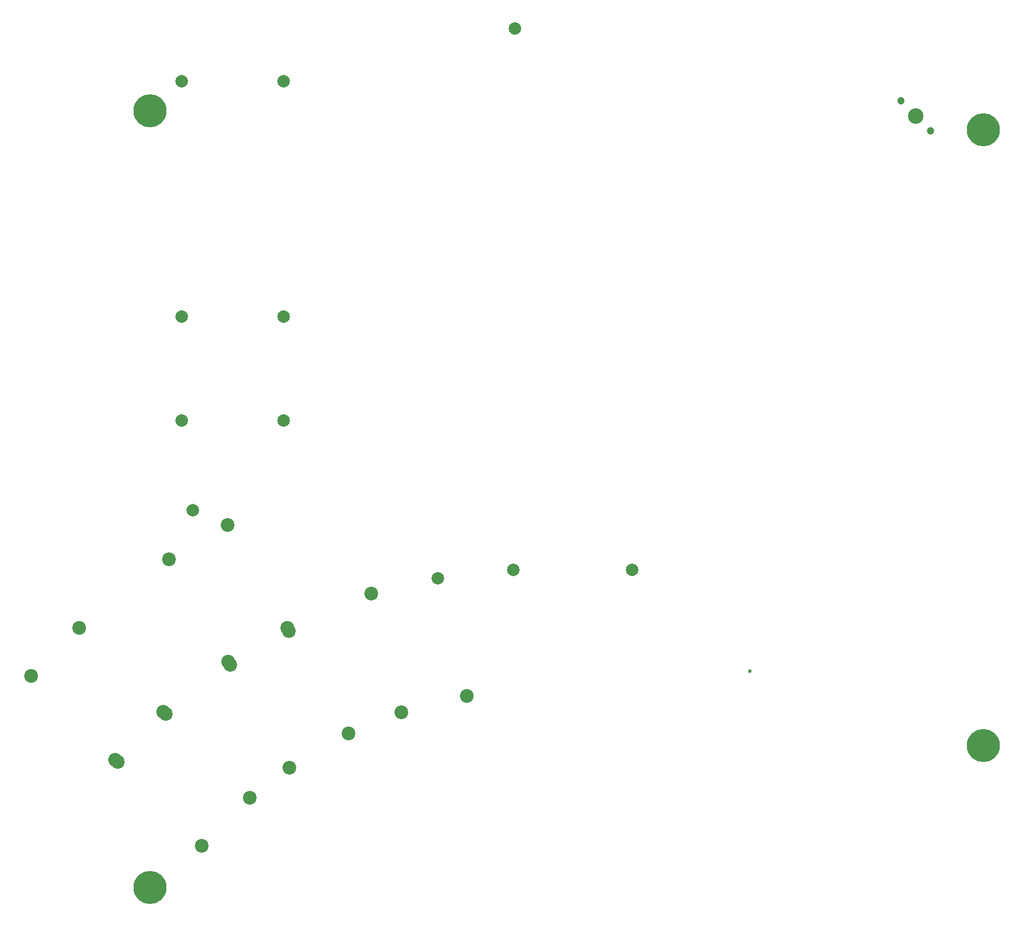
<source format=gbs>
%TF.GenerationSoftware,KiCad,Pcbnew,5.1.12-84ad8e8a86~92~ubuntu20.04.1*%
%TF.CreationDate,2021-11-15T00:05:31+01:00*%
%TF.ProjectId,LergoTopPlate_Rails,4c657267-6f54-46f7-9050-6c6174655f52,v1.A*%
%TF.SameCoordinates,Original*%
%TF.FileFunction,Soldermask,Bot*%
%TF.FilePolarity,Negative*%
%FSLAX46Y46*%
G04 Gerber Fmt 4.6, Leading zero omitted, Abs format (unit mm)*
G04 Created by KiCad (PCBNEW 5.1.12-84ad8e8a86~92~ubuntu20.04.1) date 2021-11-15 00:05:31*
%MOMM*%
%LPD*%
G01*
G04 APERTURE LIST*
%ADD10C,2.200000*%
%ADD11C,2.000000*%
%ADD12C,5.300000*%
%ADD13C,1.200000*%
%ADD14C,2.500000*%
%ADD15C,0.600000*%
G04 APERTURE END LIST*
D10*
X138917245Y-131422627D03*
X134142390Y-112413135D03*
X149488850Y-128767223D03*
X121005544Y-140304150D03*
X111205544Y-123330052D03*
X130445220Y-134854150D03*
X120645220Y-117880052D03*
X106945463Y-152886146D03*
X93086171Y-139026854D03*
X114652927Y-145178682D03*
X100793635Y-131319390D03*
X93475079Y-139415762D03*
X79615787Y-125556470D03*
X101182543Y-131708298D03*
X87323251Y-117849006D03*
X111480544Y-123806366D03*
X101680544Y-106832268D03*
X120920220Y-118356366D03*
X111120220Y-101382268D03*
D11*
X156923750Y-108575000D03*
D12*
X98638899Y-34932171D03*
X98638899Y-159529137D03*
X232220381Y-136740000D03*
X232220381Y-37928844D03*
D11*
X175973750Y-108595000D03*
X144793444Y-109920811D03*
X105500000Y-99000000D03*
X157143750Y-21659375D03*
D13*
X223818750Y-38103125D03*
X219056250Y-33340625D03*
D14*
X221437500Y-35721875D03*
D11*
X120043750Y-84581250D03*
X103756250Y-30157500D03*
X103756250Y-67912500D03*
X120043750Y-67912500D03*
X120043750Y-30157500D03*
X103756250Y-84581250D03*
D15*
X194800000Y-124820000D03*
M02*

</source>
